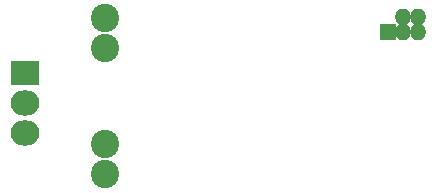
<source format=gbs>
G04 #@! TF.GenerationSoftware,KiCad,Pcbnew,no-vcs-found-885a4c1~58~ubuntu16.04.1*
G04 #@! TF.CreationDate,2017-07-09T23:46:33+02:00*
G04 #@! TF.ProjectId,esp03_ledbar,65737030335F6C65646261722E6B6963,rev?*
G04 #@! TF.SameCoordinates,Original
G04 #@! TF.FileFunction,Soldermask,Bot*
G04 #@! TF.FilePolarity,Negative*
%FSLAX46Y46*%
G04 Gerber Fmt 4.6, Leading zero omitted, Abs format (unit mm)*
G04 Created by KiCad (PCBNEW no-vcs-found-885a4c1~58~ubuntu16.04.1) date Sun Jul  9 23:46:33 2017*
%MOMM*%
%LPD*%
G01*
G04 APERTURE LIST*
%ADD10R,2.432000X2.127200*%
%ADD11O,2.432000X2.127200*%
%ADD12C,2.400000*%
%ADD13O,1.400000X1.400000*%
%ADD14R,1.400000X1.400000*%
G04 APERTURE END LIST*
D10*
X122500000Y-121500000D03*
D11*
X122500000Y-124040000D03*
X122500000Y-126580000D03*
D12*
X129286000Y-119380000D03*
X129286000Y-116840000D03*
X129286000Y-130048000D03*
X129286000Y-127508000D03*
D13*
X155770000Y-116730000D03*
X155770000Y-118000000D03*
X154500000Y-116730000D03*
X154500000Y-118000000D03*
D14*
X153230000Y-118000000D03*
M02*

</source>
